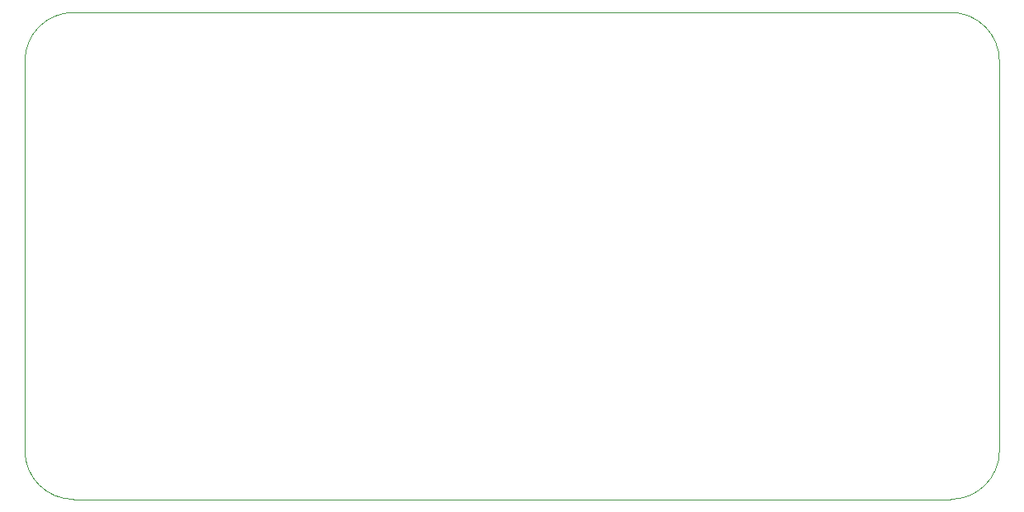
<source format=gbr>
%TF.GenerationSoftware,KiCad,Pcbnew,(6.0.9)*%
%TF.CreationDate,2022-12-19T18:44:09+02:00*%
%TF.ProjectId,cross_band_handy_walkie_talkie_V1,63726f73-735f-4626-916e-645f68616e64,rev?*%
%TF.SameCoordinates,Original*%
%TF.FileFunction,Profile,NP*%
%FSLAX46Y46*%
G04 Gerber Fmt 4.6, Leading zero omitted, Abs format (unit mm)*
G04 Created by KiCad (PCBNEW (6.0.9)) date 2022-12-19 18:44:09*
%MOMM*%
%LPD*%
G01*
G04 APERTURE LIST*
%TA.AperFunction,Profile*%
%ADD10C,0.100000*%
%TD*%
G04 APERTURE END LIST*
D10*
X150000000Y-55000000D02*
X150000000Y-95000000D01*
X150000000Y-55000000D02*
G75*
G03*
X145000000Y-50000000I-5000000J0D01*
G01*
X55000000Y-50000000D02*
X145000000Y-50000000D01*
X145000000Y-100000000D02*
X55000000Y-100000000D01*
X145000000Y-100000000D02*
G75*
G03*
X150000000Y-95000000I0J5000000D01*
G01*
X50000000Y-95000000D02*
X50000000Y-55000000D01*
X50000000Y-95000000D02*
G75*
G03*
X55000000Y-100000000I5000000J0D01*
G01*
X55000000Y-50000000D02*
G75*
G03*
X50000000Y-55000000I0J-5000000D01*
G01*
M02*

</source>
